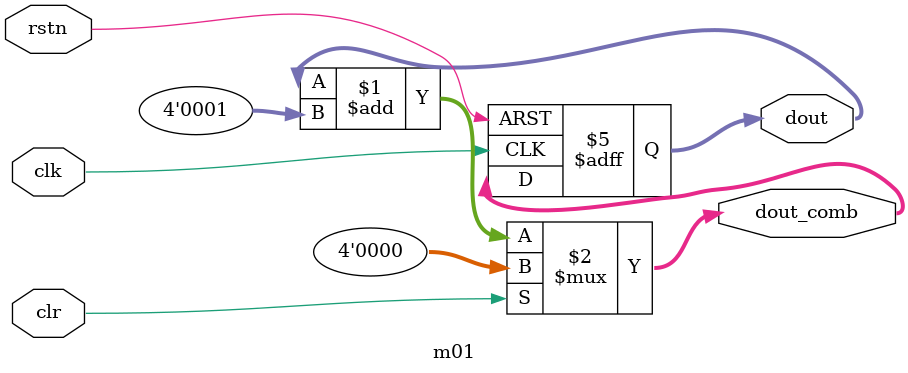
<source format=v>
module m01(
 input            rstn,
 input            clk,
 input            clr,
 output reg [3:0] dout,
 output     [3:0] dout_comb );

assign dout_comb = clr ? 4'd0 : dout + 4'd1;

always @(posedge clk or negedge rstn)
  if (!rstn) dout <= 4'd0;
  else       dout <= dout_comb; 

endmodule

</source>
